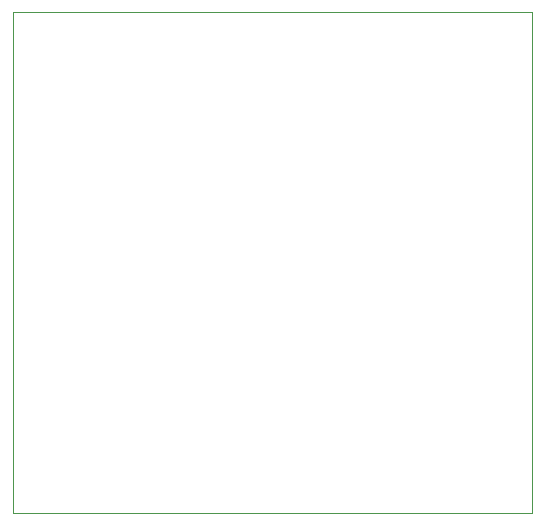
<source format=gbr>
%TF.GenerationSoftware,KiCad,Pcbnew,9.0.7*%
%TF.CreationDate,2026-01-22T17:41:34-08:00*%
%TF.ProjectId,charging-circuit,63686172-6769-46e6-972d-636972637569,rev?*%
%TF.SameCoordinates,Original*%
%TF.FileFunction,Profile,NP*%
%FSLAX46Y46*%
G04 Gerber Fmt 4.6, Leading zero omitted, Abs format (unit mm)*
G04 Created by KiCad (PCBNEW 9.0.7) date 2026-01-22 17:41:34*
%MOMM*%
%LPD*%
G01*
G04 APERTURE LIST*
%TA.AperFunction,Profile*%
%ADD10C,0.050000*%
%TD*%
G04 APERTURE END LIST*
D10*
X46990000Y-55880000D02*
X90932000Y-55880000D01*
X90932000Y-98298000D01*
X46990000Y-98298000D01*
X46990000Y-55880000D01*
M02*

</source>
